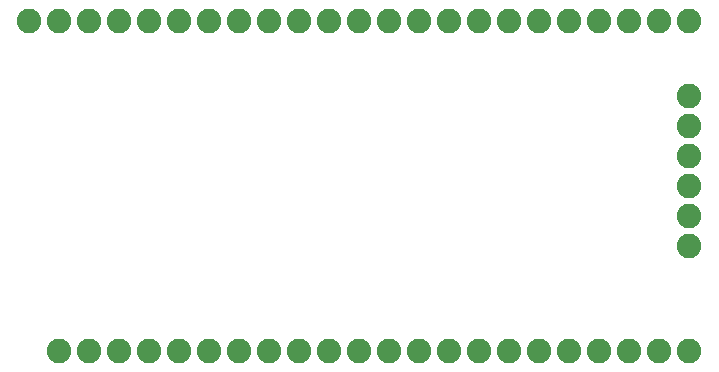
<source format=gbr>
G04 EAGLE Gerber RS-274X export*
G75*
%MOMM*%
%FSLAX34Y34*%
%LPD*%
%INSoldermask Bottom*%
%IPPOS*%
%AMOC8*
5,1,8,0,0,1.08239X$1,22.5*%
G01*
%ADD10C,2.082800*%


D10*
X622300Y88900D03*
X622300Y114300D03*
X622300Y139700D03*
X622300Y165100D03*
X622300Y190500D03*
X622300Y215900D03*
X88900Y0D03*
X114300Y0D03*
X139700Y0D03*
X165100Y0D03*
X190500Y0D03*
X215900Y0D03*
X241300Y0D03*
X266700Y0D03*
X292100Y0D03*
X317500Y0D03*
X342900Y0D03*
X368300Y0D03*
X393700Y0D03*
X419100Y0D03*
X444500Y0D03*
X469900Y0D03*
X63500Y279400D03*
X88900Y279400D03*
X114300Y279400D03*
X139700Y279400D03*
X165100Y279400D03*
X190500Y279400D03*
X215900Y279400D03*
X241300Y279400D03*
X266700Y279400D03*
X292100Y279400D03*
X317500Y279400D03*
X342900Y279400D03*
X368300Y279400D03*
X393700Y279400D03*
X419100Y279400D03*
X444500Y279400D03*
X469900Y279400D03*
X495300Y279400D03*
X520700Y279400D03*
X546100Y279400D03*
X571500Y279400D03*
X622300Y0D03*
X596900Y0D03*
X571500Y0D03*
X546100Y0D03*
X520700Y0D03*
X495300Y0D03*
X596900Y279400D03*
X622300Y279400D03*
M02*

</source>
